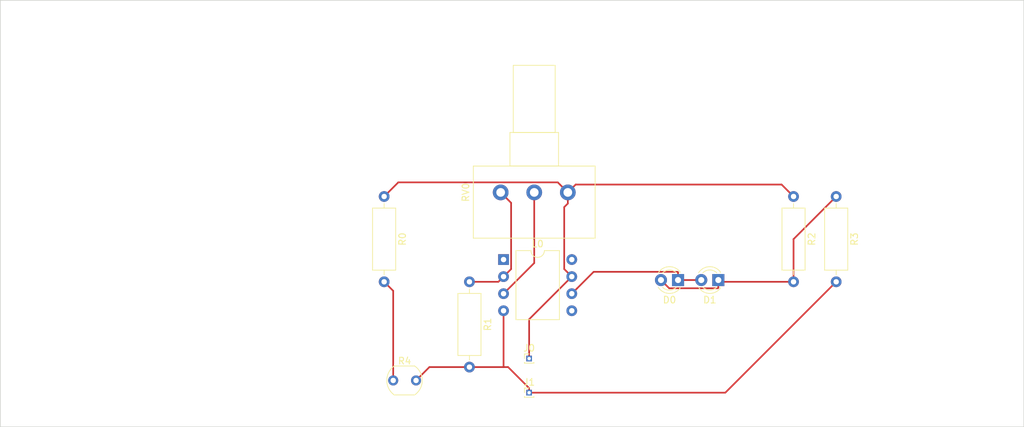
<source format=kicad_pcb>
(kicad_pcb (version 20171130) (host pcbnew 5.1.1)

  (general
    (thickness 1.6)
    (drawings 4)
    (tracks 48)
    (zones 0)
    (modules 11)
    (nets 11)
  )

  (page A4)
  (layers
    (0 F.Cu signal)
    (31 B.Cu signal)
    (32 B.Adhes user)
    (33 F.Adhes user)
    (34 B.Paste user)
    (35 F.Paste user)
    (36 B.SilkS user)
    (37 F.SilkS user)
    (38 B.Mask user)
    (39 F.Mask user)
    (40 Dwgs.User user)
    (41 Cmts.User user)
    (42 Eco1.User user)
    (43 Eco2.User user)
    (44 Edge.Cuts user)
    (45 Margin user)
    (46 B.CrtYd user)
    (47 F.CrtYd user)
    (48 B.Fab user)
    (49 F.Fab user)
  )

  (setup
    (last_trace_width 0.25)
    (trace_clearance 0.2)
    (zone_clearance 0.508)
    (zone_45_only no)
    (trace_min 0.2)
    (via_size 0.8)
    (via_drill 0.4)
    (via_min_size 0.4)
    (via_min_drill 0.3)
    (uvia_size 0.3)
    (uvia_drill 0.1)
    (uvias_allowed no)
    (uvia_min_size 0.2)
    (uvia_min_drill 0.1)
    (edge_width 0.05)
    (segment_width 0.2)
    (pcb_text_width 0.3)
    (pcb_text_size 1.5 1.5)
    (mod_edge_width 0.12)
    (mod_text_size 1 1)
    (mod_text_width 0.15)
    (pad_size 1.524 1.524)
    (pad_drill 0.762)
    (pad_to_mask_clearance 0.051)
    (solder_mask_min_width 0.25)
    (aux_axis_origin 0 0)
    (visible_elements FFFFFF7F)
    (pcbplotparams
      (layerselection 0x010fc_ffffffff)
      (usegerberextensions false)
      (usegerberattributes false)
      (usegerberadvancedattributes false)
      (creategerberjobfile false)
      (excludeedgelayer true)
      (linewidth 0.100000)
      (plotframeref false)
      (viasonmask false)
      (mode 1)
      (useauxorigin false)
      (hpglpennumber 1)
      (hpglpenspeed 20)
      (hpglpendiameter 15.000000)
      (psnegative false)
      (psa4output false)
      (plotreference true)
      (plotvalue true)
      (plotinvisibletext false)
      (padsonsilk false)
      (subtractmaskfromsilk false)
      (outputformat 1)
      (mirror false)
      (drillshape 1)
      (scaleselection 1)
      (outputdirectory ""))
  )

  (net 0 "")
  (net 1 "Net-(D0-Pad2)")
  (net 2 "Net-(D0-Pad1)")
  (net 3 "Net-(L0-Pad8)")
  (net 4 "Net-(L0-Pad3)")
  (net 5 "Net-(L0-Pad2)")
  (net 6 "Net-(L0-Pad5)")
  (net 7 "Net-(L0-Pad1)")
  (net 8 "Net-(R0-Pad2)")
  (net 9 "Net-(J0-Pad1)")
  (net 10 "Net-(J1-Pad1)")

  (net_class Default "Esta é a classe de rede padrão."
    (clearance 0.2)
    (trace_width 0.25)
    (via_dia 0.8)
    (via_drill 0.4)
    (uvia_dia 0.3)
    (uvia_drill 0.1)
    (add_net "Net-(D0-Pad1)")
    (add_net "Net-(D0-Pad2)")
    (add_net "Net-(J0-Pad1)")
    (add_net "Net-(J1-Pad1)")
    (add_net "Net-(L0-Pad1)")
    (add_net "Net-(L0-Pad2)")
    (add_net "Net-(L0-Pad3)")
    (add_net "Net-(L0-Pad5)")
    (add_net "Net-(L0-Pad8)")
    (add_net "Net-(R0-Pad2)")
  )

  (module LED_THT:LED_D3.0mm placed (layer F.Cu) (tedit 587A3A7B) (tstamp 5CCD2259)
    (at 175.49 60.7 180)
    (descr "LED, diameter 3.0mm, 2 pins")
    (tags "LED diameter 3.0mm 2 pins")
    (path /5CCD2E94)
    (fp_text reference D1 (at 1.27 -2.96) (layer F.SilkS)
      (effects (font (size 1 1) (thickness 0.15)))
    )
    (fp_text value LED (at 1.27 2.96) (layer F.Fab)
      (effects (font (size 1 1) (thickness 0.15)))
    )
    (fp_line (start 3.7 -2.25) (end -1.15 -2.25) (layer F.CrtYd) (width 0.05))
    (fp_line (start 3.7 2.25) (end 3.7 -2.25) (layer F.CrtYd) (width 0.05))
    (fp_line (start -1.15 2.25) (end 3.7 2.25) (layer F.CrtYd) (width 0.05))
    (fp_line (start -1.15 -2.25) (end -1.15 2.25) (layer F.CrtYd) (width 0.05))
    (fp_line (start -0.29 1.08) (end -0.29 1.236) (layer F.SilkS) (width 0.12))
    (fp_line (start -0.29 -1.236) (end -0.29 -1.08) (layer F.SilkS) (width 0.12))
    (fp_line (start -0.23 -1.16619) (end -0.23 1.16619) (layer F.Fab) (width 0.1))
    (fp_circle (center 1.27 0) (end 2.77 0) (layer F.Fab) (width 0.1))
    (fp_arc (start 1.27 0) (end 0.229039 1.08) (angle -87.9) (layer F.SilkS) (width 0.12))
    (fp_arc (start 1.27 0) (end 0.229039 -1.08) (angle 87.9) (layer F.SilkS) (width 0.12))
    (fp_arc (start 1.27 0) (end -0.29 1.235516) (angle -108.8) (layer F.SilkS) (width 0.12))
    (fp_arc (start 1.27 0) (end -0.29 -1.235516) (angle 108.8) (layer F.SilkS) (width 0.12))
    (fp_arc (start 1.27 0) (end -0.23 -1.16619) (angle 284.3) (layer F.Fab) (width 0.1))
    (pad 2 thru_hole circle (at 2.54 0 180) (size 1.8 1.8) (drill 0.9) (layers *.Cu *.Mask)
      (net 2 "Net-(D0-Pad1)"))
    (pad 1 thru_hole rect (at 0 0 180) (size 1.8 1.8) (drill 0.9) (layers *.Cu *.Mask)
      (net 1 "Net-(D0-Pad2)"))
    (model ${KISYS3DMOD}/LED_THT.3dshapes/LED_D3.0mm.wrl
      (at (xyz 0 0 0))
      (scale (xyz 1 1 1))
      (rotate (xyz 0 0 0))
    )
  )

  (module OptoDevice:R_LDR_5.1x4.3mm_P3.4mm_Vertical placed (layer F.Cu) (tedit 5B8603DB) (tstamp 5CD5372A)
    (at 127.08 75.65)
    (descr "Resistor, LDR 5.1x3.4mm, see http://yourduino.com/docs/Photoresistor-5516-datasheet.pdf")
    (tags "Resistor LDR5.1x3.4mm")
    (path /5CD501A1)
    (fp_text reference R4 (at 1.7 -2.9) (layer F.SilkS)
      (effects (font (size 1 1) (thickness 0.15)))
    )
    (fp_text value LDR07 (at 1.5 3) (layer F.Fab)
      (effects (font (size 1 1) (thickness 0.15)))
    )
    (fp_arc (start 1.7 0) (end 0.2 2.1) (angle 109) (layer F.Fab) (width 0.1))
    (fp_arc (start 1.7 0) (end 3.2 -2.1) (angle 109) (layer F.Fab) (width 0.1))
    (fp_arc (start 1.7 0) (end 3.2 -2.15) (angle 109) (layer F.SilkS) (width 0.12))
    (fp_arc (start 1.7 0) (end 0.15 2.15) (angle 109) (layer F.SilkS) (width 0.12))
    (fp_line (start 4.53 2.35) (end -1.13 2.35) (layer F.CrtYd) (width 0.05))
    (fp_line (start 4.53 2.35) (end 4.53 -2.35) (layer F.CrtYd) (width 0.05))
    (fp_line (start -1.13 -2.35) (end -1.13 2.35) (layer F.CrtYd) (width 0.05))
    (fp_line (start -1.13 -2.35) (end 4.53 -2.35) (layer F.CrtYd) (width 0.05))
    (fp_line (start 0.2 -2.1) (end 3.2 -2.1) (layer F.Fab) (width 0.1))
    (fp_line (start 3.2 2.1) (end 0.2 2.1) (layer F.Fab) (width 0.1))
    (fp_line (start 0.8 1.8) (end 2.6 1.8) (layer F.Fab) (width 0.1))
    (fp_line (start 0.8 1.2) (end 0.8 1.8) (layer F.Fab) (width 0.1))
    (fp_line (start 2.6 1.2) (end 0.8 1.2) (layer F.Fab) (width 0.1))
    (fp_line (start 2.6 0.6) (end 2.6 1.2) (layer F.Fab) (width 0.1))
    (fp_line (start 1 0) (end 1 0.6) (layer F.Fab) (width 0.1))
    (fp_line (start 0.8 -1.2) (end 0.8 -0.6) (layer F.Fab) (width 0.1))
    (fp_line (start 2.6 -1.2) (end 0.8 -1.2) (layer F.Fab) (width 0.1))
    (fp_line (start 2.6 -1.8) (end 2.6 -1.2) (layer F.Fab) (width 0.1))
    (fp_line (start 0.8 -1.8) (end 2.6 -1.8) (layer F.Fab) (width 0.1))
    (fp_line (start 2.6 0.6) (end 1 0.6) (layer F.Fab) (width 0.1))
    (fp_line (start 2.3 -0.6) (end 0.8 -0.6) (layer F.Fab) (width 0.1))
    (fp_line (start 2.3 0) (end 2.3 -0.6) (layer F.Fab) (width 0.1))
    (fp_line (start 1 0) (end 2.3 0) (layer F.Fab) (width 0.1))
    (fp_line (start 0.15 -2.15) (end 3.2 -2.15) (layer F.SilkS) (width 0.12))
    (fp_line (start 0.15 2.15) (end 3.2 2.15) (layer F.SilkS) (width 0.12))
    (fp_text user %R (at 1.7 -2.9) (layer F.Fab)
      (effects (font (size 1 1) (thickness 0.15)))
    )
    (pad 2 thru_hole circle (at 3.4 0) (size 1.5 1.5) (drill 0.8) (layers *.Cu *.Mask)
      (net 10 "Net-(J1-Pad1)"))
    (pad 1 thru_hole circle (at 0 0) (size 1.5 1.5) (drill 0.8) (layers *.Cu *.Mask)
      (net 8 "Net-(R0-Pad2)"))
    (model ${KISYS3DMOD}/OptoDevice.3dshapes/R_LDR_5.1x4.3mm_P3.4mm_Vertical.wrl
      (at (xyz 0 0 0))
      (scale (xyz 1 1 1))
      (rotate (xyz 0 0 0))
    )
  )

  (module Potentiometer_THT:Potentiometer_Alps_RK163_Single_Horizontal placed (layer F.Cu) (tedit 5A3D4993) (tstamp 5CCD22F5)
    (at 153.08 47.65 90)
    (descr "Potentiometer, horizontal, Alps RK163 Single, http://www.alps.com/prod/info/E/HTML/Potentiometer/RotaryPotentiometers/RK16/RK16_list.html")
    (tags "Potentiometer horizontal Alps RK163 Single")
    (path /5CCEC7A0)
    (fp_text reference RV0 (at 0 -15.2 90) (layer F.SilkS)
      (effects (font (size 1 1) (thickness 0.15)))
    )
    (fp_text value R_POT (at 0 5.2 90) (layer F.Fab)
      (effects (font (size 1 1) (thickness 0.15)))
    )
    (fp_text user %R (at -1.45 -5 90) (layer F.Fab)
      (effects (font (size 1 1) (thickness 0.15)))
    )
    (fp_line (start 19.05 -14.2) (end -6.95 -14.2) (layer F.CrtYd) (width 0.05))
    (fp_line (start 19.05 4.2) (end 19.05 -14.2) (layer F.CrtYd) (width 0.05))
    (fp_line (start -6.95 4.2) (end 19.05 4.2) (layer F.CrtYd) (width 0.05))
    (fp_line (start -6.95 -14.2) (end -6.95 4.2) (layer F.CrtYd) (width 0.05))
    (fp_line (start 18.92 -8.12) (end 18.92 -1.879) (layer F.SilkS) (width 0.12))
    (fp_line (start 8.92 -8.12) (end 8.92 -1.879) (layer F.SilkS) (width 0.12))
    (fp_line (start 8.92 -1.879) (end 18.92 -1.879) (layer F.SilkS) (width 0.12))
    (fp_line (start 8.92 -8.12) (end 18.92 -8.12) (layer F.SilkS) (width 0.12))
    (fp_line (start 8.92 -8.62) (end 8.92 -1.38) (layer F.SilkS) (width 0.12))
    (fp_line (start 3.92 -8.62) (end 3.92 -1.38) (layer F.SilkS) (width 0.12))
    (fp_line (start 3.92 -1.38) (end 8.92 -1.38) (layer F.SilkS) (width 0.12))
    (fp_line (start 3.92 -8.62) (end 8.92 -8.62) (layer F.SilkS) (width 0.12))
    (fp_line (start 3.92 -14.07) (end 3.92 4.07) (layer F.SilkS) (width 0.12))
    (fp_line (start -6.82 -14.07) (end -6.82 4.07) (layer F.SilkS) (width 0.12))
    (fp_line (start -6.82 4.07) (end 3.92 4.07) (layer F.SilkS) (width 0.12))
    (fp_line (start -6.82 -14.07) (end 3.92 -14.07) (layer F.SilkS) (width 0.12))
    (fp_line (start 18.8 -8) (end 8.8 -8) (layer F.Fab) (width 0.1))
    (fp_line (start 18.8 -2) (end 18.8 -8) (layer F.Fab) (width 0.1))
    (fp_line (start 8.8 -2) (end 18.8 -2) (layer F.Fab) (width 0.1))
    (fp_line (start 8.8 -8) (end 8.8 -2) (layer F.Fab) (width 0.1))
    (fp_line (start 8.8 -8.5) (end 3.8 -8.5) (layer F.Fab) (width 0.1))
    (fp_line (start 8.8 -1.5) (end 8.8 -8.5) (layer F.Fab) (width 0.1))
    (fp_line (start 3.8 -1.5) (end 8.8 -1.5) (layer F.Fab) (width 0.1))
    (fp_line (start 3.8 -8.5) (end 3.8 -1.5) (layer F.Fab) (width 0.1))
    (fp_line (start 3.8 -13.95) (end -6.7 -13.95) (layer F.Fab) (width 0.1))
    (fp_line (start 3.8 3.95) (end 3.8 -13.95) (layer F.Fab) (width 0.1))
    (fp_line (start -6.7 3.95) (end 3.8 3.95) (layer F.Fab) (width 0.1))
    (fp_line (start -6.7 -13.95) (end -6.7 3.95) (layer F.Fab) (width 0.1))
    (pad 1 thru_hole circle (at 0 0 90) (size 2.34 2.34) (drill 1.3) (layers *.Cu *.Mask)
      (net 9 "Net-(J0-Pad1)"))
    (pad 2 thru_hole circle (at 0 -5 90) (size 2.34 2.34) (drill 1.3) (layers *.Cu *.Mask)
      (net 4 "Net-(L0-Pad3)"))
    (pad 3 thru_hole circle (at 0 -10 90) (size 2.34 2.34) (drill 1.3) (layers *.Cu *.Mask)
      (net 5 "Net-(L0-Pad2)"))
    (model ${KISYS3DMOD}/Potentiometer_THT.3dshapes/Potentiometer_Alps_RK163_Single_Horizontal.wrl
      (at (xyz 0 0 0))
      (scale (xyz 1 1 1))
      (rotate (xyz 0 0 0))
    )
  )

  (module Resistor_THT:R_Axial_DIN0309_L9.0mm_D3.2mm_P12.70mm_Horizontal placed (layer F.Cu) (tedit 5AE5139B) (tstamp 5CCD22D1)
    (at 193.04 48.26 270)
    (descr "Resistor, Axial_DIN0309 series, Axial, Horizontal, pin pitch=12.7mm, 0.5W = 1/2W, length*diameter=9*3.2mm^2, http://cdn-reichelt.de/documents/datenblatt/B400/1_4W%23YAG.pdf")
    (tags "Resistor Axial_DIN0309 series Axial Horizontal pin pitch 12.7mm 0.5W = 1/2W length 9mm diameter 3.2mm")
    (path /5CCD36CE)
    (fp_text reference R3 (at 6.35 -2.72 90) (layer F.SilkS)
      (effects (font (size 1 1) (thickness 0.15)))
    )
    (fp_text value R (at 6.35 2.72 90) (layer F.Fab)
      (effects (font (size 1 1) (thickness 0.15)))
    )
    (fp_text user %R (at 6.35 0 270) (layer F.Fab)
      (effects (font (size 1 1) (thickness 0.15)))
    )
    (fp_line (start 13.75 -1.85) (end -1.05 -1.85) (layer F.CrtYd) (width 0.05))
    (fp_line (start 13.75 1.85) (end 13.75 -1.85) (layer F.CrtYd) (width 0.05))
    (fp_line (start -1.05 1.85) (end 13.75 1.85) (layer F.CrtYd) (width 0.05))
    (fp_line (start -1.05 -1.85) (end -1.05 1.85) (layer F.CrtYd) (width 0.05))
    (fp_line (start 11.66 0) (end 10.97 0) (layer F.SilkS) (width 0.12))
    (fp_line (start 1.04 0) (end 1.73 0) (layer F.SilkS) (width 0.12))
    (fp_line (start 10.97 -1.72) (end 1.73 -1.72) (layer F.SilkS) (width 0.12))
    (fp_line (start 10.97 1.72) (end 10.97 -1.72) (layer F.SilkS) (width 0.12))
    (fp_line (start 1.73 1.72) (end 10.97 1.72) (layer F.SilkS) (width 0.12))
    (fp_line (start 1.73 -1.72) (end 1.73 1.72) (layer F.SilkS) (width 0.12))
    (fp_line (start 12.7 0) (end 10.85 0) (layer F.Fab) (width 0.1))
    (fp_line (start 0 0) (end 1.85 0) (layer F.Fab) (width 0.1))
    (fp_line (start 10.85 -1.6) (end 1.85 -1.6) (layer F.Fab) (width 0.1))
    (fp_line (start 10.85 1.6) (end 10.85 -1.6) (layer F.Fab) (width 0.1))
    (fp_line (start 1.85 1.6) (end 10.85 1.6) (layer F.Fab) (width 0.1))
    (fp_line (start 1.85 -1.6) (end 1.85 1.6) (layer F.Fab) (width 0.1))
    (pad 2 thru_hole oval (at 12.7 0 270) (size 1.6 1.6) (drill 0.8) (layers *.Cu *.Mask)
      (net 10 "Net-(J1-Pad1)"))
    (pad 1 thru_hole circle (at 0 0 270) (size 1.6 1.6) (drill 0.8) (layers *.Cu *.Mask)
      (net 1 "Net-(D0-Pad2)"))
    (model ${KISYS3DMOD}/Resistor_THT.3dshapes/R_Axial_DIN0309_L9.0mm_D3.2mm_P12.70mm_Horizontal.wrl
      (at (xyz 0 0 0))
      (scale (xyz 1 1 1))
      (rotate (xyz 0 0 0))
    )
  )

  (module Resistor_THT:R_Axial_DIN0309_L9.0mm_D3.2mm_P12.70mm_Horizontal placed (layer F.Cu) (tedit 5AE5139B) (tstamp 5CCD22BA)
    (at 186.69 48.26 270)
    (descr "Resistor, Axial_DIN0309 series, Axial, Horizontal, pin pitch=12.7mm, 0.5W = 1/2W, length*diameter=9*3.2mm^2, http://cdn-reichelt.de/documents/datenblatt/B400/1_4W%23YAG.pdf")
    (tags "Resistor Axial_DIN0309 series Axial Horizontal pin pitch 12.7mm 0.5W = 1/2W length 9mm diameter 3.2mm")
    (path /5CCD41A5)
    (fp_text reference R2 (at 6.35 -2.72 90) (layer F.SilkS)
      (effects (font (size 1 1) (thickness 0.15)))
    )
    (fp_text value R (at 6.35 2.72 90) (layer F.Fab)
      (effects (font (size 1 1) (thickness 0.15)))
    )
    (fp_text user %R (at 6.35 0 90) (layer F.Fab)
      (effects (font (size 1 1) (thickness 0.15)))
    )
    (fp_line (start 13.75 -1.85) (end -1.05 -1.85) (layer F.CrtYd) (width 0.05))
    (fp_line (start 13.75 1.85) (end 13.75 -1.85) (layer F.CrtYd) (width 0.05))
    (fp_line (start -1.05 1.85) (end 13.75 1.85) (layer F.CrtYd) (width 0.05))
    (fp_line (start -1.05 -1.85) (end -1.05 1.85) (layer F.CrtYd) (width 0.05))
    (fp_line (start 11.66 0) (end 10.97 0) (layer F.SilkS) (width 0.12))
    (fp_line (start 1.04 0) (end 1.73 0) (layer F.SilkS) (width 0.12))
    (fp_line (start 10.97 -1.72) (end 1.73 -1.72) (layer F.SilkS) (width 0.12))
    (fp_line (start 10.97 1.72) (end 10.97 -1.72) (layer F.SilkS) (width 0.12))
    (fp_line (start 1.73 1.72) (end 10.97 1.72) (layer F.SilkS) (width 0.12))
    (fp_line (start 1.73 -1.72) (end 1.73 1.72) (layer F.SilkS) (width 0.12))
    (fp_line (start 12.7 0) (end 10.85 0) (layer F.Fab) (width 0.1))
    (fp_line (start 0 0) (end 1.85 0) (layer F.Fab) (width 0.1))
    (fp_line (start 10.85 -1.6) (end 1.85 -1.6) (layer F.Fab) (width 0.1))
    (fp_line (start 10.85 1.6) (end 10.85 -1.6) (layer F.Fab) (width 0.1))
    (fp_line (start 1.85 1.6) (end 10.85 1.6) (layer F.Fab) (width 0.1))
    (fp_line (start 1.85 -1.6) (end 1.85 1.6) (layer F.Fab) (width 0.1))
    (pad 2 thru_hole oval (at 12.7 0 270) (size 1.6 1.6) (drill 0.8) (layers *.Cu *.Mask)
      (net 1 "Net-(D0-Pad2)"))
    (pad 1 thru_hole circle (at 0 0 270) (size 1.6 1.6) (drill 0.8) (layers *.Cu *.Mask)
      (net 9 "Net-(J0-Pad1)"))
    (model ${KISYS3DMOD}/Resistor_THT.3dshapes/R_Axial_DIN0309_L9.0mm_D3.2mm_P12.70mm_Horizontal.wrl
      (at (xyz 0 0 0))
      (scale (xyz 1 1 1))
      (rotate (xyz 0 0 0))
    )
  )

  (module Resistor_THT:R_Axial_DIN0309_L9.0mm_D3.2mm_P12.70mm_Horizontal placed (layer F.Cu) (tedit 5AE5139B) (tstamp 5CCD22A3)
    (at 138.43 60.96 270)
    (descr "Resistor, Axial_DIN0309 series, Axial, Horizontal, pin pitch=12.7mm, 0.5W = 1/2W, length*diameter=9*3.2mm^2, http://cdn-reichelt.de/documents/datenblatt/B400/1_4W%23YAG.pdf")
    (tags "Resistor Axial_DIN0309 series Axial Horizontal pin pitch 12.7mm 0.5W = 1/2W length 9mm diameter 3.2mm")
    (path /5CCD4694)
    (fp_text reference R1 (at 6.35 -2.72 90) (layer F.SilkS)
      (effects (font (size 1 1) (thickness 0.15)))
    )
    (fp_text value R (at 6.35 2.72 90) (layer F.Fab)
      (effects (font (size 1 1) (thickness 0.15)))
    )
    (fp_text user %R (at 6.35 0) (layer F.Fab)
      (effects (font (size 1 1) (thickness 0.15)))
    )
    (fp_line (start 13.75 -1.85) (end -1.05 -1.85) (layer F.CrtYd) (width 0.05))
    (fp_line (start 13.75 1.85) (end 13.75 -1.85) (layer F.CrtYd) (width 0.05))
    (fp_line (start -1.05 1.85) (end 13.75 1.85) (layer F.CrtYd) (width 0.05))
    (fp_line (start -1.05 -1.85) (end -1.05 1.85) (layer F.CrtYd) (width 0.05))
    (fp_line (start 11.66 0) (end 10.97 0) (layer F.SilkS) (width 0.12))
    (fp_line (start 1.04 0) (end 1.73 0) (layer F.SilkS) (width 0.12))
    (fp_line (start 10.97 -1.72) (end 1.73 -1.72) (layer F.SilkS) (width 0.12))
    (fp_line (start 10.97 1.72) (end 10.97 -1.72) (layer F.SilkS) (width 0.12))
    (fp_line (start 1.73 1.72) (end 10.97 1.72) (layer F.SilkS) (width 0.12))
    (fp_line (start 1.73 -1.72) (end 1.73 1.72) (layer F.SilkS) (width 0.12))
    (fp_line (start 12.7 0) (end 10.85 0) (layer F.Fab) (width 0.1))
    (fp_line (start 0 0) (end 1.85 0) (layer F.Fab) (width 0.1))
    (fp_line (start 10.85 -1.6) (end 1.85 -1.6) (layer F.Fab) (width 0.1))
    (fp_line (start 10.85 1.6) (end 10.85 -1.6) (layer F.Fab) (width 0.1))
    (fp_line (start 1.85 1.6) (end 10.85 1.6) (layer F.Fab) (width 0.1))
    (fp_line (start 1.85 -1.6) (end 1.85 1.6) (layer F.Fab) (width 0.1))
    (pad 2 thru_hole oval (at 12.7 0 270) (size 1.6 1.6) (drill 0.8) (layers *.Cu *.Mask)
      (net 10 "Net-(J1-Pad1)"))
    (pad 1 thru_hole circle (at 0 0 270) (size 1.6 1.6) (drill 0.8) (layers *.Cu *.Mask)
      (net 5 "Net-(L0-Pad2)"))
    (model ${KISYS3DMOD}/Resistor_THT.3dshapes/R_Axial_DIN0309_L9.0mm_D3.2mm_P12.70mm_Horizontal.wrl
      (at (xyz 0 0 0))
      (scale (xyz 1 1 1))
      (rotate (xyz 0 0 0))
    )
  )

  (module Resistor_THT:R_Axial_DIN0309_L9.0mm_D3.2mm_P12.70mm_Horizontal placed (layer F.Cu) (tedit 5AE5139B) (tstamp 5CCD228C)
    (at 125.73 48.26 270)
    (descr "Resistor, Axial_DIN0309 series, Axial, Horizontal, pin pitch=12.7mm, 0.5W = 1/2W, length*diameter=9*3.2mm^2, http://cdn-reichelt.de/documents/datenblatt/B400/1_4W%23YAG.pdf")
    (tags "Resistor Axial_DIN0309 series Axial Horizontal pin pitch 12.7mm 0.5W = 1/2W length 9mm diameter 3.2mm")
    (path /5CCCF30A)
    (fp_text reference R0 (at 6.35 -2.72 90) (layer F.SilkS)
      (effects (font (size 1 1) (thickness 0.15)))
    )
    (fp_text value R (at 6.35 2.72 90) (layer F.Fab)
      (effects (font (size 1 1) (thickness 0.15)))
    )
    (fp_text user %R (at 6.35 0 90) (layer F.Fab)
      (effects (font (size 1 1) (thickness 0.15)))
    )
    (fp_line (start 13.75 -1.85) (end -1.05 -1.85) (layer F.CrtYd) (width 0.05))
    (fp_line (start 13.75 1.85) (end 13.75 -1.85) (layer F.CrtYd) (width 0.05))
    (fp_line (start -1.05 1.85) (end 13.75 1.85) (layer F.CrtYd) (width 0.05))
    (fp_line (start -1.05 -1.85) (end -1.05 1.85) (layer F.CrtYd) (width 0.05))
    (fp_line (start 11.66 0) (end 10.97 0) (layer F.SilkS) (width 0.12))
    (fp_line (start 1.04 0) (end 1.73 0) (layer F.SilkS) (width 0.12))
    (fp_line (start 10.97 -1.72) (end 1.73 -1.72) (layer F.SilkS) (width 0.12))
    (fp_line (start 10.97 1.72) (end 10.97 -1.72) (layer F.SilkS) (width 0.12))
    (fp_line (start 1.73 1.72) (end 10.97 1.72) (layer F.SilkS) (width 0.12))
    (fp_line (start 1.73 -1.72) (end 1.73 1.72) (layer F.SilkS) (width 0.12))
    (fp_line (start 12.7 0) (end 10.85 0) (layer F.Fab) (width 0.1))
    (fp_line (start 0 0) (end 1.85 0) (layer F.Fab) (width 0.1))
    (fp_line (start 10.85 -1.6) (end 1.85 -1.6) (layer F.Fab) (width 0.1))
    (fp_line (start 10.85 1.6) (end 10.85 -1.6) (layer F.Fab) (width 0.1))
    (fp_line (start 1.85 1.6) (end 10.85 1.6) (layer F.Fab) (width 0.1))
    (fp_line (start 1.85 -1.6) (end 1.85 1.6) (layer F.Fab) (width 0.1))
    (pad 2 thru_hole oval (at 12.7 0 270) (size 1.6 1.6) (drill 0.8) (layers *.Cu *.Mask)
      (net 8 "Net-(R0-Pad2)"))
    (pad 1 thru_hole circle (at 0 0 270) (size 1.6 1.6) (drill 0.8) (layers *.Cu *.Mask)
      (net 9 "Net-(J0-Pad1)"))
    (model ${KISYS3DMOD}/Resistor_THT.3dshapes/R_Axial_DIN0309_L9.0mm_D3.2mm_P12.70mm_Horizontal.wrl
      (at (xyz 0 0 0))
      (scale (xyz 1 1 1))
      (rotate (xyz 0 0 0))
    )
  )

  (module Package_DIP:DIP-8_W10.16mm placed (layer F.Cu) (tedit 5A02E8C5) (tstamp 5CCD2275)
    (at 143.51 57.65)
    (descr "8-lead though-hole mounted DIP package, row spacing 10.16 mm (400 mils)")
    (tags "THT DIP DIL PDIP 2.54mm 10.16mm 400mil")
    (path /5CCCF936)
    (fp_text reference L0 (at 5.08 -2.33) (layer F.SilkS)
      (effects (font (size 1 1) (thickness 0.15)))
    )
    (fp_text value LM741 (at 5.08 9.95) (layer F.Fab)
      (effects (font (size 1 1) (thickness 0.15)))
    )
    (fp_text user %R (at 5.08 3.81) (layer F.Fab)
      (effects (font (size 1 1) (thickness 0.15)))
    )
    (fp_line (start 11.25 -1.55) (end -1.05 -1.55) (layer F.CrtYd) (width 0.05))
    (fp_line (start 11.25 9.15) (end 11.25 -1.55) (layer F.CrtYd) (width 0.05))
    (fp_line (start -1.05 9.15) (end 11.25 9.15) (layer F.CrtYd) (width 0.05))
    (fp_line (start -1.05 -1.55) (end -1.05 9.15) (layer F.CrtYd) (width 0.05))
    (fp_line (start 8.315 -1.33) (end 6.08 -1.33) (layer F.SilkS) (width 0.12))
    (fp_line (start 8.315 8.95) (end 8.315 -1.33) (layer F.SilkS) (width 0.12))
    (fp_line (start 1.845 8.95) (end 8.315 8.95) (layer F.SilkS) (width 0.12))
    (fp_line (start 1.845 -1.33) (end 1.845 8.95) (layer F.SilkS) (width 0.12))
    (fp_line (start 4.08 -1.33) (end 1.845 -1.33) (layer F.SilkS) (width 0.12))
    (fp_line (start 1.905 -0.27) (end 2.905 -1.27) (layer F.Fab) (width 0.1))
    (fp_line (start 1.905 8.89) (end 1.905 -0.27) (layer F.Fab) (width 0.1))
    (fp_line (start 8.255 8.89) (end 1.905 8.89) (layer F.Fab) (width 0.1))
    (fp_line (start 8.255 -1.27) (end 8.255 8.89) (layer F.Fab) (width 0.1))
    (fp_line (start 2.905 -1.27) (end 8.255 -1.27) (layer F.Fab) (width 0.1))
    (fp_arc (start 5.08 -1.33) (end 4.08 -1.33) (angle -180) (layer F.SilkS) (width 0.12))
    (pad 8 thru_hole oval (at 10.16 0) (size 1.6 1.6) (drill 0.8) (layers *.Cu *.Mask)
      (net 3 "Net-(L0-Pad8)"))
    (pad 4 thru_hole oval (at 0 7.62) (size 1.6 1.6) (drill 0.8) (layers *.Cu *.Mask)
      (net 10 "Net-(J1-Pad1)"))
    (pad 7 thru_hole oval (at 10.16 2.54) (size 1.6 1.6) (drill 0.8) (layers *.Cu *.Mask)
      (net 9 "Net-(J0-Pad1)"))
    (pad 3 thru_hole oval (at 0 5.08) (size 1.6 1.6) (drill 0.8) (layers *.Cu *.Mask)
      (net 4 "Net-(L0-Pad3)"))
    (pad 6 thru_hole oval (at 10.16 5.08) (size 1.6 1.6) (drill 0.8) (layers *.Cu *.Mask)
      (net 2 "Net-(D0-Pad1)"))
    (pad 2 thru_hole oval (at 0 2.54) (size 1.6 1.6) (drill 0.8) (layers *.Cu *.Mask)
      (net 5 "Net-(L0-Pad2)"))
    (pad 5 thru_hole oval (at 10.16 7.62) (size 1.6 1.6) (drill 0.8) (layers *.Cu *.Mask)
      (net 6 "Net-(L0-Pad5)"))
    (pad 1 thru_hole rect (at 0 0) (size 1.6 1.6) (drill 0.8) (layers *.Cu *.Mask)
      (net 7 "Net-(L0-Pad1)"))
    (model ${KISYS3DMOD}/Package_DIP.3dshapes/DIP-8_W10.16mm.wrl
      (at (xyz 0 0 0))
      (scale (xyz 1 1 1))
      (rotate (xyz 0 0 0))
    )
  )

  (module LED_THT:LED_D3.0mm placed (layer F.Cu) (tedit 587A3A7B) (tstamp 5CCD39A5)
    (at 169.49 60.7 180)
    (descr "LED, diameter 3.0mm, 2 pins")
    (tags "LED diameter 3.0mm 2 pins")
    (path /5CCD2A47)
    (fp_text reference D0 (at 1.27 -2.96) (layer F.SilkS)
      (effects (font (size 1 1) (thickness 0.15)))
    )
    (fp_text value LED (at 1.27 2.96) (layer F.Fab)
      (effects (font (size 1 1) (thickness 0.15)))
    )
    (fp_line (start 3.7 -2.25) (end -1.15 -2.25) (layer F.CrtYd) (width 0.05))
    (fp_line (start 3.7 2.25) (end 3.7 -2.25) (layer F.CrtYd) (width 0.05))
    (fp_line (start -1.15 2.25) (end 3.7 2.25) (layer F.CrtYd) (width 0.05))
    (fp_line (start -1.15 -2.25) (end -1.15 2.25) (layer F.CrtYd) (width 0.05))
    (fp_line (start -0.29 1.08) (end -0.29 1.236) (layer F.SilkS) (width 0.12))
    (fp_line (start -0.29 -1.236) (end -0.29 -1.08) (layer F.SilkS) (width 0.12))
    (fp_line (start -0.23 -1.16619) (end -0.23 1.16619) (layer F.Fab) (width 0.1))
    (fp_circle (center 1.27 0) (end 2.77 0) (layer F.Fab) (width 0.1))
    (fp_arc (start 1.27 0) (end 0.229039 1.08) (angle -87.9) (layer F.SilkS) (width 0.12))
    (fp_arc (start 1.27 0) (end 0.229039 -1.08) (angle 87.9) (layer F.SilkS) (width 0.12))
    (fp_arc (start 1.27 0) (end -0.29 1.235516) (angle -108.8) (layer F.SilkS) (width 0.12))
    (fp_arc (start 1.27 0) (end -0.29 -1.235516) (angle 108.8) (layer F.SilkS) (width 0.12))
    (fp_arc (start 1.27 0) (end -0.23 -1.16619) (angle 284.3) (layer F.Fab) (width 0.1))
    (pad 2 thru_hole circle (at 2.54 0 180) (size 1.8 1.8) (drill 0.9) (layers *.Cu *.Mask)
      (net 1 "Net-(D0-Pad2)"))
    (pad 1 thru_hole rect (at 0 0 180) (size 1.8 1.8) (drill 0.9) (layers *.Cu *.Mask)
      (net 2 "Net-(D0-Pad1)"))
    (model ${KISYS3DMOD}/LED_THT.3dshapes/LED_D3.0mm.wrl
      (at (xyz 0 0 0))
      (scale (xyz 1 1 1))
      (rotate (xyz 0 0 0))
    )
  )

  (module Connector_PinHeader_1.00mm:PinHeader_1x01_P1.00mm_Vertical placed (layer F.Cu) (tedit 59FED738) (tstamp 5CD54F1C)
    (at 147.32 72.39)
    (descr "Through hole straight pin header, 1x01, 1.00mm pitch, single row")
    (tags "Through hole pin header THT 1x01 1.00mm single row")
    (path /5CCFE51E)
    (fp_text reference J0 (at 0 -1.56) (layer F.SilkS)
      (effects (font (size 1 1) (thickness 0.15)))
    )
    (fp_text value Conn_01x01_Male (at 0 1.56) (layer F.Fab)
      (effects (font (size 1 1) (thickness 0.15)))
    )
    (fp_text user %R (at 0 0 90) (layer F.Fab)
      (effects (font (size 0.76 0.76) (thickness 0.114)))
    )
    (fp_line (start 1.15 -1) (end -1.15 -1) (layer F.CrtYd) (width 0.05))
    (fp_line (start 1.15 1) (end 1.15 -1) (layer F.CrtYd) (width 0.05))
    (fp_line (start -1.15 1) (end 1.15 1) (layer F.CrtYd) (width 0.05))
    (fp_line (start -1.15 -1) (end -1.15 1) (layer F.CrtYd) (width 0.05))
    (fp_line (start -0.695 -0.685) (end 0 -0.685) (layer F.SilkS) (width 0.12))
    (fp_line (start -0.695 0) (end -0.695 -0.685) (layer F.SilkS) (width 0.12))
    (fp_line (start 0.608276 0.685) (end 0.695 0.685) (layer F.SilkS) (width 0.12))
    (fp_line (start -0.695 0.685) (end -0.608276 0.685) (layer F.SilkS) (width 0.12))
    (fp_line (start 0.695 0.685) (end 0.695 0.56) (layer F.SilkS) (width 0.12))
    (fp_line (start -0.695 0.685) (end -0.695 0.56) (layer F.SilkS) (width 0.12))
    (fp_line (start -0.695 0.685) (end 0.695 0.685) (layer F.SilkS) (width 0.12))
    (fp_line (start -0.635 -0.1825) (end -0.3175 -0.5) (layer F.Fab) (width 0.1))
    (fp_line (start -0.635 0.5) (end -0.635 -0.1825) (layer F.Fab) (width 0.1))
    (fp_line (start 0.635 0.5) (end -0.635 0.5) (layer F.Fab) (width 0.1))
    (fp_line (start 0.635 -0.5) (end 0.635 0.5) (layer F.Fab) (width 0.1))
    (fp_line (start -0.3175 -0.5) (end 0.635 -0.5) (layer F.Fab) (width 0.1))
    (pad 1 thru_hole rect (at 0 0) (size 0.85 0.85) (drill 0.5) (layers *.Cu *.Mask)
      (net 9 "Net-(J0-Pad1)"))
    (model ${KISYS3DMOD}/Connector_PinHeader_1.00mm.3dshapes/PinHeader_1x01_P1.00mm_Vertical.wrl
      (at (xyz 0 0 0))
      (scale (xyz 1 1 1))
      (rotate (xyz 0 0 0))
    )
  )

  (module Connector_PinHeader_1.00mm:PinHeader_1x01_P1.00mm_Vertical placed (layer F.Cu) (tedit 59FED738) (tstamp 5CD54747)
    (at 147.32 77.47)
    (descr "Through hole straight pin header, 1x01, 1.00mm pitch, single row")
    (tags "Through hole pin header THT 1x01 1.00mm single row")
    (path /5CCFDA84)
    (fp_text reference J1 (at 0 -1.56) (layer F.SilkS)
      (effects (font (size 1 1) (thickness 0.15)))
    )
    (fp_text value Conn_01x01_Male (at 0 1.56) (layer F.Fab)
      (effects (font (size 1 1) (thickness 0.15)))
    )
    (fp_line (start -0.3175 -0.5) (end 0.635 -0.5) (layer F.Fab) (width 0.1))
    (fp_line (start 0.635 -0.5) (end 0.635 0.5) (layer F.Fab) (width 0.1))
    (fp_line (start 0.635 0.5) (end -0.635 0.5) (layer F.Fab) (width 0.1))
    (fp_line (start -0.635 0.5) (end -0.635 -0.1825) (layer F.Fab) (width 0.1))
    (fp_line (start -0.635 -0.1825) (end -0.3175 -0.5) (layer F.Fab) (width 0.1))
    (fp_line (start -0.695 0.685) (end 0.695 0.685) (layer F.SilkS) (width 0.12))
    (fp_line (start -0.695 0.685) (end -0.695 0.56) (layer F.SilkS) (width 0.12))
    (fp_line (start 0.695 0.685) (end 0.695 0.56) (layer F.SilkS) (width 0.12))
    (fp_line (start -0.695 0.685) (end -0.608276 0.685) (layer F.SilkS) (width 0.12))
    (fp_line (start 0.608276 0.685) (end 0.695 0.685) (layer F.SilkS) (width 0.12))
    (fp_line (start -0.695 0) (end -0.695 -0.685) (layer F.SilkS) (width 0.12))
    (fp_line (start -0.695 -0.685) (end 0 -0.685) (layer F.SilkS) (width 0.12))
    (fp_line (start -1.15 -1) (end -1.15 1) (layer F.CrtYd) (width 0.05))
    (fp_line (start -1.15 1) (end 1.15 1) (layer F.CrtYd) (width 0.05))
    (fp_line (start 1.15 1) (end 1.15 -1) (layer F.CrtYd) (width 0.05))
    (fp_line (start 1.15 -1) (end -1.15 -1) (layer F.CrtYd) (width 0.05))
    (fp_text user %R (at 0 0 90) (layer F.Fab)
      (effects (font (size 0.76 0.76) (thickness 0.114)))
    )
    (pad 1 thru_hole rect (at 0 0) (size 0.85 0.85) (drill 0.5) (layers *.Cu *.Mask)
      (net 10 "Net-(J1-Pad1)"))
    (model ${KISYS3DMOD}/Connector_PinHeader_1.00mm.3dshapes/PinHeader_1x01_P1.00mm_Vertical.wrl
      (at (xyz 0 0 0))
      (scale (xyz 1 1 1))
      (rotate (xyz 0 0 0))
    )
  )

  (gr_line (start 68.58 82.55) (end 68.58 19.05) (layer Edge.Cuts) (width 0.1))
  (gr_line (start 220.98 82.55) (end 68.58 82.55) (layer Edge.Cuts) (width 0.1))
  (gr_line (start 220.98 19.05) (end 220.98 82.55) (layer Edge.Cuts) (width 0.1))
  (gr_line (start 68.58 19.05) (end 220.98 19.05) (layer Edge.Cuts) (width 0.1) (tstamp 5CD1AC6D))

  (segment (start 186.69 54.61) (end 193.04 48.26) (width 0.25) (layer F.Cu) (net 1))
  (segment (start 186.69 60.96) (end 186.69 54.61) (width 0.25) (layer F.Cu) (net 1))
  (segment (start 175.75 60.96) (end 175.49 60.7) (width 0.25) (layer F.Cu) (net 1))
  (segment (start 186.69 60.96) (end 175.75 60.96) (width 0.25) (layer F.Cu) (net 1))
  (segment (start 175.49 61.85) (end 175.49 60.7) (width 0.25) (layer F.Cu) (net 1))
  (segment (start 175.414999 61.925001) (end 175.49 61.85) (width 0.25) (layer F.Cu) (net 1))
  (segment (start 168.175001 61.925001) (end 175.414999 61.925001) (width 0.25) (layer F.Cu) (net 1))
  (segment (start 166.95 60.7) (end 168.175001 61.925001) (width 0.25) (layer F.Cu) (net 1))
  (segment (start 169.414999 59.474999) (end 156.925001 59.474999) (width 0.25) (layer F.Cu) (net 2))
  (segment (start 169.49 59.55) (end 169.414999 59.474999) (width 0.25) (layer F.Cu) (net 2))
  (segment (start 154.469999 61.930001) (end 153.67 62.73) (width 0.25) (layer F.Cu) (net 2))
  (segment (start 156.925001 59.474999) (end 154.469999 61.930001) (width 0.25) (layer F.Cu) (net 2))
  (segment (start 169.49 60.7) (end 169.49 59.55) (width 0.25) (layer F.Cu) (net 2))
  (segment (start 172.95 60.7) (end 169.49 60.7) (width 0.25) (layer F.Cu) (net 2))
  (segment (start 148.08 58.16) (end 148.08 47.65) (width 0.25) (layer F.Cu) (net 4))
  (segment (start 143.51 62.73) (end 148.08 58.16) (width 0.25) (layer F.Cu) (net 4))
  (segment (start 142.74 60.96) (end 143.51 60.19) (width 0.25) (layer F.Cu) (net 5))
  (segment (start 138.43 60.96) (end 142.74 60.96) (width 0.25) (layer F.Cu) (net 5))
  (segment (start 144.249999 48.819999) (end 143.08 47.65) (width 0.25) (layer F.Cu) (net 5))
  (segment (start 144.635001 49.205001) (end 144.249999 48.819999) (width 0.25) (layer F.Cu) (net 5))
  (segment (start 144.635001 59.064999) (end 144.635001 49.205001) (width 0.25) (layer F.Cu) (net 5))
  (segment (start 143.51 60.19) (end 144.635001 59.064999) (width 0.25) (layer F.Cu) (net 5))
  (segment (start 127.08 62.31) (end 125.73 60.96) (width 0.25) (layer F.Cu) (net 8))
  (segment (start 127.08 75.65) (end 127.08 62.31) (width 0.25) (layer F.Cu) (net 8))
  (segment (start 147.32 66.54) (end 153.67 60.19) (width 0.25) (layer F.Cu) (net 9))
  (segment (start 147.32 72.39) (end 147.32 66.54) (width 0.25) (layer F.Cu) (net 9))
  (segment (start 152.870001 59.390001) (end 153.67 60.19) (width 0.25) (layer F.Cu) (net 9))
  (segment (start 152.544999 49.83963) (end 152.544999 59.064999) (width 0.25) (layer F.Cu) (net 9))
  (segment (start 153.08 49.304629) (end 152.544999 49.83963) (width 0.25) (layer F.Cu) (net 9))
  (segment (start 152.544999 59.064999) (end 152.870001 59.390001) (width 0.25) (layer F.Cu) (net 9))
  (segment (start 153.08 47.65) (end 153.08 49.304629) (width 0.25) (layer F.Cu) (net 9))
  (segment (start 151.910001 46.480001) (end 153.08 47.65) (width 0.25) (layer F.Cu) (net 9))
  (segment (start 151.584999 46.154999) (end 151.910001 46.480001) (width 0.25) (layer F.Cu) (net 9))
  (segment (start 127.835001 46.154999) (end 151.584999 46.154999) (width 0.25) (layer F.Cu) (net 9))
  (segment (start 125.73 48.26) (end 127.835001 46.154999) (width 0.25) (layer F.Cu) (net 9))
  (segment (start 185.890001 47.460001) (end 186.69 48.26) (width 0.25) (layer F.Cu) (net 9))
  (segment (start 184.910001 46.480001) (end 185.890001 47.460001) (width 0.25) (layer F.Cu) (net 9))
  (segment (start 154.249999 46.480001) (end 184.910001 46.480001) (width 0.25) (layer F.Cu) (net 9))
  (segment (start 153.08 47.65) (end 154.249999 46.480001) (width 0.25) (layer F.Cu) (net 9))
  (segment (start 147.32 76.795) (end 147.32 77.47) (width 0.25) (layer F.Cu) (net 10))
  (segment (start 144.185 73.66) (end 147.32 76.795) (width 0.25) (layer F.Cu) (net 10))
  (segment (start 143.51 65.27) (end 143.51 73.66) (width 0.25) (layer F.Cu) (net 10))
  (segment (start 138.43 73.66) (end 143.51 73.66) (width 0.25) (layer F.Cu) (net 10))
  (segment (start 143.51 73.66) (end 144.185 73.66) (width 0.25) (layer F.Cu) (net 10))
  (segment (start 176.53 77.47) (end 193.04 60.96) (width 0.25) (layer F.Cu) (net 10))
  (segment (start 147.32 77.47) (end 176.53 77.47) (width 0.25) (layer F.Cu) (net 10))
  (segment (start 132.47 73.66) (end 138.43 73.66) (width 0.25) (layer F.Cu) (net 10))
  (segment (start 130.48 75.65) (end 132.47 73.66) (width 0.25) (layer F.Cu) (net 10))

)

</source>
